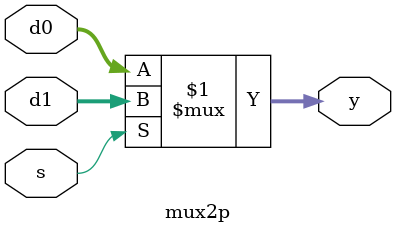
<source format=sv>
`timescale 1ns / 1ps
module mips (input  logic        clk, reset,
             output logic[31:0]  pc,
             input  logic[31:0]  instr,
             output logic        memwrite,
             output logic[31:0]  aluout, writedata,
             input  logic[31:0]  readdata,
             output logic[31:0] aluOutM,writeDataM,
             output logic memWriteM);

  logic        memtoreg, branch, alusrc, regdst, regwrite, jump;
  logic [2:0]  alucontrol;
  logic [31:0] instrD;

  controller c (instrD[31:26], instrD[5:0], memtoreg, memwrite, branch,
                        alusrc, regdst, regwrite, jump, alucontrol);

  datapath dp (clk, reset, memtoreg, branch, alusrc, regdst, regwrite, jump, memwrite,
                          alucontrol, pc, instr, aluout, writedata, readdata,aluOutM,writeDataM,memWriteM,instrD);

endmodule



module maindec (input logic[5:0] op, 
	              output logic memtoreg, memwrite, branch,
	              output logic alusrc, regdst, regwrite, jump,
	              output logic[1:0] aluop );
   logic [8:0] controls;

   assign {regwrite, regdst, alusrc, branch, memwrite,
                memtoreg,  aluop, jump} = controls;

  always_comb
    case(op)
      6'b000000: controls <= 9'b110000100; // R-type
      6'b100011: controls <= 9'b101001000; // LW
      6'b101011: controls <= 9'b001010000; // SW
      6'b000100: controls <= 9'b000100010; // BEQ
      6'b001000: controls <= 9'b101000000; // ADDI
      6'b000010: controls <= 9'b000000001; // J
      default:   controls <= 9'bxxxxxxxxx; // illegal op
    endcase
endmodule

module aludec (input    logic[5:0] funct,
               input    logic[1:0] aluop,
               output   logic[2:0] alucontrol);
  always_comb
    case(aluop)
      2'b00: alucontrol  = 3'b010;  // add  (for lw/sw/addi)
      2'b01: alucontrol  = 3'b110;  // sub   (for beq)
      default: case(funct)          // R-TYPE instructions
          6'b100000: alucontrol  = 3'b010; // ADD
          6'b100010: alucontrol  = 3'b110; // SUB
          6'b100100: alucontrol  = 3'b000; // AND
          6'b100101: alucontrol  = 3'b001; // OR
          6'b101010: alucontrol  = 3'b111; // SLT
          default:   alucontrol  = 3'bxxx; // ???
        endcase
    endcase
endmodule

module regfile (input    logic clk, we3, 
                input    logic[4:0]  ra1, ra2, wa3, 
                input    logic[31:0] wd3, 
                output   logic[31:0] rd1, rd2);

  logic [31:0] rf [31:0];

  // three ported register file: read two ports combinationally
  // write third port on rising edge of clock. Register0 hardwired to 0.

  always_ff@(posedge clk, posedge we3)
     if (we3) 
         rf [wa3] <= wd3;	

  assign rd1 = (ra1 != 0) ? rf [ra1] : 0;
  assign rd2 = (ra2 != 0) ? rf[ ra2] : 0;

endmodule


module alu(input  logic [31:0] A, B, 
           input  logic [2:0]  F, 
           output logic [31:0] Z);
                
               logic [31:0] Y;
               
               always_comb
                   case (F)
                   3'b000: Y = A & B;
                   3'b001: Y = A | B;
                   3'b010: Y = A + B;
                   3'b100: Y = A & ~B;
                   3'b101: Y = A | ~B;
                   3'b110: Y = A - B;
                   3'b111: Y = (A < B) + 32'b0000;
                   
                   endcase
                   assign Z = Y;
            
endmodule


module adder (input  logic[31:0] a, b,
              output logic[31:0] y);
     
     assign y = a + b;
endmodule

module sl2 (input  logic[31:0] a,
            output logic[31:0] y);
     
     assign y = {a[29:0], 2'b00}; // shifts left by 2
endmodule

module signext (input  logic[15:0] a,
                output logic[31:0] y);
              
  assign y = {{16{a[15]}}, a};    // sign-extends 16-bit a
endmodule

// parameterized register
module flopr #(parameter WIDTH = 8)
              (input logic clk, reset, en,
	       input logic[WIDTH-1:0] d, 
               output logic[WIDTH-1:0] q);

  always_ff@(posedge clk, posedge reset)
    if (reset) q <= 0; 
    else if (en) q <= d;
endmodule


// paramaterized 2-to-1 MUX
module mux2p #(parameter WIDTH = 8)
             (input  logic[WIDTH-1:0] d0, d1,  
              input  logic s, 
              output logic[WIDTH-1:0] y);
  
   assign y = s ? d1 : d0; 
endmodule

</source>
